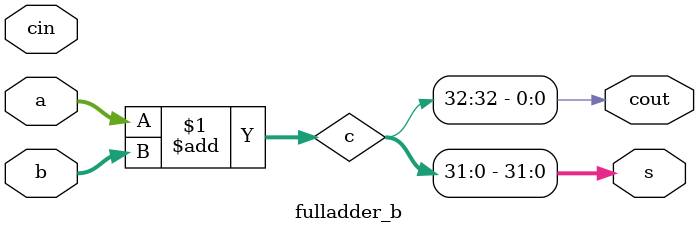
<source format=sv>
`timescale 1ns / 1ps


module fulladder_b(input logic [31:0] a, b,
input logic cin,
output logic [31:0] s,
output logic cout  );
wire [32:0] c;

assign c=a+b;
assign cout=c[32];
assign s=c[31:0];

endmodule

</source>
